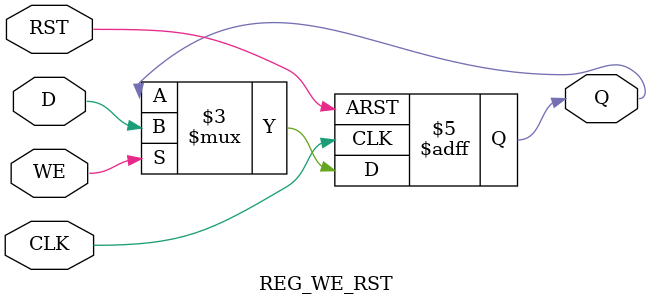
<source format=v>

module REG_WE_RST #( parameter WIDTH = 1)(
    input wire                  CLK,
    input wire                  RST,
    input wire                  WE,
    input wire  [WIDTH-1:0]     D,
    output reg  [WIDTH-1:0]     Q
  );
  
    always @ (posedge CLK, negedge RST)
    begin
      if (!RST) 	
          Q <= 0;
      else if (WE)
          Q <= D;
    end
  
  endmodule
  
</source>
